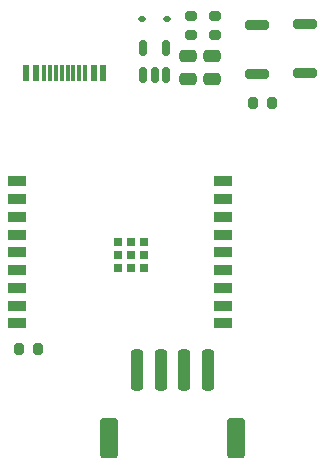
<source format=gbr>
%TF.GenerationSoftware,KiCad,Pcbnew,7.0.8*%
%TF.CreationDate,2024-11-10T19:19:34+09:00*%
%TF.ProjectId,JellyTracker_V0.5.0,4a656c6c-7954-4726-9163-6b65725f5630,rev?*%
%TF.SameCoordinates,Original*%
%TF.FileFunction,Paste,Top*%
%TF.FilePolarity,Positive*%
%FSLAX46Y46*%
G04 Gerber Fmt 4.6, Leading zero omitted, Abs format (unit mm)*
G04 Created by KiCad (PCBNEW 7.0.8) date 2024-11-10 19:19:34*
%MOMM*%
%LPD*%
G01*
G04 APERTURE LIST*
G04 Aperture macros list*
%AMRoundRect*
0 Rectangle with rounded corners*
0 $1 Rounding radius*
0 $2 $3 $4 $5 $6 $7 $8 $9 X,Y pos of 4 corners*
0 Add a 4 corners polygon primitive as box body*
4,1,4,$2,$3,$4,$5,$6,$7,$8,$9,$2,$3,0*
0 Add four circle primitives for the rounded corners*
1,1,$1+$1,$2,$3*
1,1,$1+$1,$4,$5*
1,1,$1+$1,$6,$7*
1,1,$1+$1,$8,$9*
0 Add four rect primitives between the rounded corners*
20,1,$1+$1,$2,$3,$4,$5,0*
20,1,$1+$1,$4,$5,$6,$7,0*
20,1,$1+$1,$6,$7,$8,$9,0*
20,1,$1+$1,$8,$9,$2,$3,0*%
G04 Aperture macros list end*
%ADD10R,1.500000X0.900000*%
%ADD11R,0.700000X0.700000*%
%ADD12RoundRect,0.200000X-0.200000X-0.275000X0.200000X-0.275000X0.200000X0.275000X-0.200000X0.275000X0*%
%ADD13RoundRect,0.200000X0.800000X-0.200000X0.800000X0.200000X-0.800000X0.200000X-0.800000X-0.200000X0*%
%ADD14RoundRect,0.200000X0.200000X0.275000X-0.200000X0.275000X-0.200000X-0.275000X0.200000X-0.275000X0*%
%ADD15R,0.600000X1.450000*%
%ADD16R,0.300000X1.450000*%
%ADD17RoundRect,0.200000X-0.275000X0.200000X-0.275000X-0.200000X0.275000X-0.200000X0.275000X0.200000X0*%
%ADD18RoundRect,0.250000X-0.475000X0.250000X-0.475000X-0.250000X0.475000X-0.250000X0.475000X0.250000X0*%
%ADD19RoundRect,0.150000X0.150000X-0.512500X0.150000X0.512500X-0.150000X0.512500X-0.150000X-0.512500X0*%
%ADD20RoundRect,0.112500X0.187500X0.112500X-0.187500X0.112500X-0.187500X-0.112500X0.187500X-0.112500X0*%
%ADD21RoundRect,0.250000X-0.250000X-1.500000X0.250000X-1.500000X0.250000X1.500000X-0.250000X1.500000X0*%
%ADD22RoundRect,0.250001X-0.499999X-1.449999X0.499999X-1.449999X0.499999X1.449999X-0.499999X1.449999X0*%
G04 APERTURE END LIST*
D10*
%TO.C,U5*%
X2032000Y-16256000D03*
X2032000Y-17756000D03*
X2032000Y-19256000D03*
X2032000Y-20756000D03*
X2032000Y-22256000D03*
X2032000Y-23756000D03*
X2032000Y-25256000D03*
X2032000Y-26756000D03*
X2032000Y-28256000D03*
X19532000Y-28256000D03*
X19532000Y-26756000D03*
X19532000Y-25256000D03*
X19532000Y-23756000D03*
X19532000Y-22256000D03*
X19532000Y-20756000D03*
X19532000Y-19256000D03*
X19532000Y-17756000D03*
X19532000Y-16256000D03*
D11*
X10642000Y-21356000D03*
X10642000Y-22456000D03*
X10642000Y-23556000D03*
X11692000Y-21356000D03*
X11692000Y-22456000D03*
X11692000Y-23556000D03*
X12842000Y-21356000D03*
X12842000Y-22456000D03*
X12842000Y-23556000D03*
%TD*%
D12*
%TO.C,R3*%
X22035000Y-9652000D03*
X23685000Y-9652000D03*
%TD*%
D13*
%TO.C,SW1*%
X26416000Y-7112000D03*
X26416000Y-2912000D03*
%TD*%
D14*
%TO.C,R4*%
X3873000Y-30480000D03*
X2223000Y-30480000D03*
%TD*%
D15*
%TO.C,J1*%
X9346000Y-7041000D03*
X8546000Y-7041000D03*
D16*
X7346000Y-7041000D03*
X6346000Y-7041000D03*
X5846000Y-7041000D03*
X4846000Y-7041000D03*
D15*
X3646000Y-7041000D03*
X2846000Y-7041000D03*
X2846000Y-7041000D03*
X3646000Y-7041000D03*
D16*
X4346000Y-7041000D03*
X5346000Y-7041000D03*
X6846000Y-7041000D03*
X7846000Y-7041000D03*
D15*
X8546000Y-7041000D03*
X9346000Y-7041000D03*
%TD*%
D17*
%TO.C,R1*%
X18796000Y-2223000D03*
X18796000Y-3873000D03*
%TD*%
%TO.C,R2*%
X16764000Y-2223000D03*
X16764000Y-3873000D03*
%TD*%
D18*
%TO.C,C7*%
X16510000Y-5654000D03*
X16510000Y-7554000D03*
%TD*%
%TO.C,C6*%
X18542000Y-5654000D03*
X18542000Y-7554000D03*
%TD*%
D19*
%TO.C,U1*%
X12766000Y-7233500D03*
X13716000Y-7233500D03*
X14666000Y-7233500D03*
X14666000Y-4958500D03*
X12766000Y-4958500D03*
%TD*%
D20*
%TO.C,D2*%
X14766000Y-2540000D03*
X12666000Y-2540000D03*
%TD*%
D21*
%TO.C,J7*%
X12240000Y-32202000D03*
X14240000Y-32202000D03*
X16240000Y-32202000D03*
X18240000Y-32202000D03*
D22*
X9890000Y-37952000D03*
X20590000Y-37952000D03*
%TD*%
D13*
%TO.C,SW2*%
X22352000Y-7180000D03*
X22352000Y-2980000D03*
%TD*%
M02*

</source>
